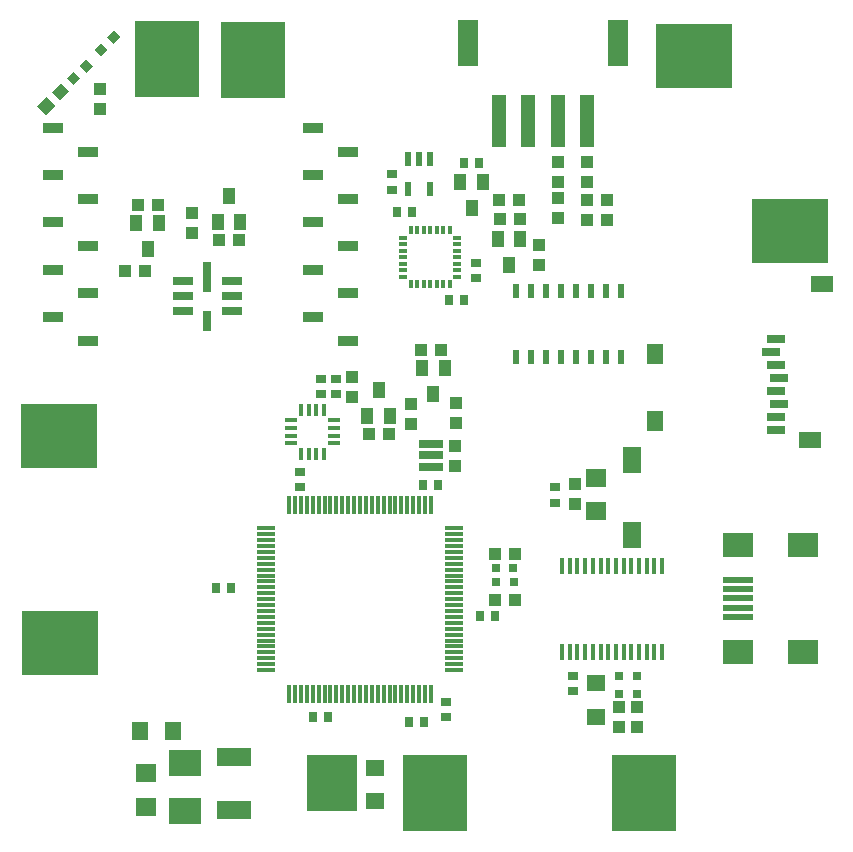
<source format=gtp>
G75*
%MOIN*%
%OFA0B0*%
%FSLAX24Y24*%
%IPPOS*%
%LPD*%
%AMOC8*
5,1,8,0,0,1.08239X$1,22.5*
%
%ADD10R,0.0394X0.0551*%
%ADD11R,0.0591X0.0118*%
%ADD12R,0.0118X0.0591*%
%ADD13R,0.0354X0.0276*%
%ADD14R,0.0394X0.0433*%
%ADD15R,0.0787X0.0276*%
%ADD16R,0.0276X0.0354*%
%ADD17R,0.0433X0.0394*%
%ADD18R,0.0315X0.0315*%
%ADD19R,0.0630X0.0906*%
%ADD20R,0.1650X0.1900*%
%ADD21R,0.1180X0.0630*%
%ADD22R,0.0551X0.0630*%
%ADD23R,0.0630X0.0551*%
%ADD24R,0.0236X0.0472*%
%ADD25R,0.0551X0.0709*%
%ADD26R,0.0748X0.0551*%
%ADD27R,0.0591X0.0315*%
%ADD28R,0.0669X0.0335*%
%ADD29R,0.0315X0.0315*%
%ADD30R,0.0276X0.0157*%
%ADD31R,0.0157X0.0276*%
%ADD32R,0.0217X0.0472*%
%ADD33R,0.0394X0.0157*%
%ADD34R,0.0157X0.0394*%
%ADD35R,0.0315X0.0984*%
%ADD36R,0.0315X0.0657*%
%ADD37R,0.0657X0.0315*%
%ADD38R,0.1100X0.0900*%
%ADD39R,0.0709X0.0630*%
%ADD40R,0.2165X0.2559*%
%ADD41R,0.2559X0.2165*%
%ADD42R,0.0709X0.1535*%
%ADD43R,0.0512X0.1772*%
%ADD44R,0.0984X0.0197*%
%ADD45R,0.0984X0.0787*%
%ADD46R,0.0137X0.0550*%
D10*
X012746Y014370D03*
X013494Y014370D03*
X013120Y015236D03*
X014574Y015976D03*
X015322Y015976D03*
X014948Y015109D03*
X017469Y019422D03*
X017843Y020288D03*
X017095Y020288D03*
X016219Y021327D03*
X016593Y022193D03*
X015845Y022193D03*
X008507Y020852D03*
X007759Y020852D03*
X008133Y021719D03*
X005791Y020829D03*
X005417Y019963D03*
X005043Y020829D03*
D11*
X009349Y010641D03*
X009349Y010444D03*
X009349Y010248D03*
X009349Y010051D03*
X009349Y009854D03*
X009349Y009657D03*
X009349Y009460D03*
X009349Y009263D03*
X009349Y009067D03*
X009349Y008870D03*
X009349Y008673D03*
X009349Y008476D03*
X009349Y008279D03*
X009349Y008082D03*
X009349Y007885D03*
X009349Y007689D03*
X009349Y007492D03*
X009349Y007295D03*
X009349Y007098D03*
X009349Y006901D03*
X009349Y006704D03*
X009349Y006507D03*
X009349Y006311D03*
X009349Y006114D03*
X009349Y005917D03*
X015648Y005917D03*
X015648Y006114D03*
X015648Y006311D03*
X015648Y006507D03*
X015648Y006704D03*
X015648Y006901D03*
X015648Y007098D03*
X015648Y007295D03*
X015648Y007492D03*
X015648Y007689D03*
X015648Y007885D03*
X015648Y008082D03*
X015648Y008279D03*
X015648Y008476D03*
X015648Y008673D03*
X015648Y008870D03*
X015648Y009067D03*
X015648Y009263D03*
X015648Y009460D03*
X015648Y009657D03*
X015648Y009854D03*
X015648Y010051D03*
X015648Y010248D03*
X015648Y010444D03*
X015648Y010641D03*
D12*
X014861Y011429D03*
X014664Y011429D03*
X014467Y011429D03*
X014270Y011429D03*
X014073Y011429D03*
X013876Y011429D03*
X013680Y011429D03*
X013483Y011429D03*
X013286Y011429D03*
X013089Y011429D03*
X012892Y011429D03*
X012695Y011429D03*
X012498Y011429D03*
X012302Y011429D03*
X012105Y011429D03*
X011908Y011429D03*
X011711Y011429D03*
X011514Y011429D03*
X011317Y011429D03*
X011120Y011429D03*
X010924Y011429D03*
X010727Y011429D03*
X010530Y011429D03*
X010333Y011429D03*
X010136Y011429D03*
X010136Y005130D03*
X010333Y005130D03*
X010530Y005130D03*
X010727Y005130D03*
X010924Y005130D03*
X011120Y005130D03*
X011317Y005130D03*
X011514Y005130D03*
X011711Y005130D03*
X011908Y005130D03*
X012105Y005130D03*
X012302Y005130D03*
X012498Y005130D03*
X012695Y005130D03*
X012892Y005130D03*
X013089Y005130D03*
X013286Y005130D03*
X013483Y005130D03*
X013680Y005130D03*
X013876Y005130D03*
X014073Y005130D03*
X014270Y005130D03*
X014467Y005130D03*
X014664Y005130D03*
X014861Y005130D03*
D13*
X015367Y004856D03*
X015367Y004344D03*
X019601Y005212D03*
X019601Y005724D03*
X018985Y011495D03*
X018985Y012007D03*
X016351Y018988D03*
X016351Y019500D03*
X013553Y021931D03*
X013553Y022443D03*
X011701Y015617D03*
X011701Y015105D03*
X011187Y015105D03*
X011187Y015617D03*
X010508Y012521D03*
X010508Y012009D03*
D14*
X012217Y015026D03*
X012217Y015695D03*
X014202Y014778D03*
X014202Y014109D03*
X015686Y014142D03*
X015686Y014811D03*
X015669Y013398D03*
X015669Y012729D03*
X019650Y012119D03*
X019650Y011449D03*
X021136Y004700D03*
X021727Y004700D03*
X021727Y004031D03*
X021136Y004031D03*
X018467Y019422D03*
X018467Y020091D03*
X019110Y020971D03*
X019110Y021641D03*
X019088Y022190D03*
X019088Y022860D03*
X020072Y022855D03*
X020072Y022186D03*
X020073Y021590D03*
X020073Y020921D03*
X020743Y020921D03*
X020743Y021590D03*
X006883Y021167D03*
X006883Y020497D03*
X003846Y024629D03*
X003846Y025298D03*
D15*
X014861Y013461D03*
X014861Y013068D03*
X014861Y012674D03*
D16*
X015101Y012090D03*
X014589Y012090D03*
X016487Y007708D03*
X016998Y007708D03*
X014643Y004170D03*
X014131Y004170D03*
X011431Y004366D03*
X010920Y004366D03*
X008211Y008665D03*
X007699Y008665D03*
X015451Y018252D03*
X015963Y018252D03*
X014227Y021177D03*
X013715Y021177D03*
X015956Y022806D03*
X016468Y022806D03*
D17*
X017137Y021580D03*
X017176Y020938D03*
X017846Y020938D03*
X017806Y021580D03*
X015204Y016598D03*
X014535Y016598D03*
X013454Y013787D03*
X012785Y013787D03*
X016983Y009799D03*
X017652Y009799D03*
X017667Y008257D03*
X016997Y008257D03*
X008478Y020251D03*
X007809Y020251D03*
X005752Y021411D03*
X005082Y021411D03*
X005319Y019234D03*
X004649Y019234D03*
G36*
X002331Y024729D02*
X002026Y024424D01*
X001747Y024703D01*
X002052Y025008D01*
X002331Y024729D01*
G37*
G36*
X002804Y025202D02*
X002499Y024897D01*
X002220Y025176D01*
X002525Y025481D01*
X002804Y025202D01*
G37*
D18*
X017022Y009326D03*
X017038Y008850D03*
X017628Y008850D03*
X017613Y009326D03*
X021136Y005724D03*
X021136Y005133D03*
X021727Y005133D03*
X021727Y005724D03*
D19*
X021558Y010422D03*
X021558Y012902D03*
D20*
X011572Y002137D03*
D21*
X008312Y001267D03*
X008312Y003027D03*
D22*
X005166Y003888D03*
X006269Y003888D03*
D23*
X012992Y002648D03*
X012992Y001545D03*
X020349Y004366D03*
X020349Y005468D03*
D24*
X020211Y016337D03*
X020711Y016337D03*
X021211Y016337D03*
X019711Y016337D03*
X019211Y016337D03*
X018711Y016337D03*
X018211Y016337D03*
X017711Y016337D03*
X017711Y018542D03*
X018211Y018542D03*
X018711Y018542D03*
X019211Y018542D03*
X019711Y018542D03*
X020211Y018542D03*
X020711Y018542D03*
X021211Y018542D03*
D25*
X022317Y016467D03*
X022317Y014223D03*
D26*
X027494Y013593D03*
X027887Y018770D03*
D27*
X026372Y016936D03*
X026214Y016503D03*
X026372Y016070D03*
X026450Y015637D03*
X026372Y015204D03*
X026450Y014770D03*
X026372Y014337D03*
X026372Y013904D03*
D28*
X012108Y016899D03*
X010927Y017686D03*
X012108Y018474D03*
X010927Y019261D03*
X012108Y020048D03*
X010927Y020836D03*
X012108Y021623D03*
X010927Y022411D03*
X012108Y023198D03*
X010927Y023985D03*
X003446Y023198D03*
X002265Y022411D03*
X003446Y021623D03*
X002265Y020836D03*
X003446Y020048D03*
X002265Y019261D03*
X003446Y018474D03*
X002265Y017686D03*
X003446Y016899D03*
X002265Y023985D03*
D29*
G36*
X002959Y025413D02*
X002737Y025635D01*
X002959Y025857D01*
X003181Y025635D01*
X002959Y025413D01*
G37*
G36*
X003376Y025831D02*
X003154Y026053D01*
X003376Y026275D01*
X003598Y026053D01*
X003376Y025831D01*
G37*
G36*
X003874Y026378D02*
X003652Y026600D01*
X003874Y026822D01*
X004096Y026600D01*
X003874Y026378D01*
G37*
G36*
X004291Y026796D02*
X004069Y027018D01*
X004291Y027240D01*
X004513Y027018D01*
X004291Y026796D01*
G37*
D30*
X013935Y020325D03*
X013935Y020108D03*
X013935Y019892D03*
X013935Y019675D03*
X013935Y019459D03*
X013935Y019242D03*
X013935Y019026D03*
X015746Y019026D03*
X015746Y019242D03*
X015746Y019459D03*
X015746Y019675D03*
X015746Y019892D03*
X015746Y020108D03*
X015746Y020325D03*
D31*
X015490Y020581D03*
X015273Y020581D03*
X015057Y020581D03*
X014840Y020581D03*
X014624Y020581D03*
X014407Y020581D03*
X014191Y020581D03*
X014191Y018770D03*
X014407Y018770D03*
X014624Y018770D03*
X014840Y018770D03*
X015057Y018770D03*
X015273Y018770D03*
X015490Y018770D03*
D32*
X014833Y021935D03*
X014085Y021935D03*
X014085Y022959D03*
X014459Y022959D03*
X014833Y022959D03*
D33*
X011643Y014238D03*
X011643Y013982D03*
X011643Y013726D03*
X011643Y013470D03*
X010186Y013470D03*
X010186Y013726D03*
X010186Y013982D03*
X010186Y014238D03*
D34*
X010530Y014582D03*
X010786Y014582D03*
X011042Y014582D03*
X011298Y014582D03*
X011298Y013126D03*
X011042Y013126D03*
X010786Y013126D03*
X010530Y013126D03*
D35*
X007409Y019018D03*
D36*
X007409Y017555D03*
D37*
X006596Y017868D03*
X006596Y018368D03*
X006596Y018868D03*
X008222Y018868D03*
X008222Y018368D03*
X008222Y017868D03*
D38*
X006672Y002825D03*
X006672Y001214D03*
D39*
X005349Y001366D03*
X005349Y002468D03*
X020349Y011216D03*
X020349Y012319D03*
D40*
X021963Y001807D03*
X014994Y001807D03*
X008932Y026264D03*
X006078Y026284D03*
D41*
X002455Y013716D03*
X002494Y006826D03*
X023634Y026399D03*
X026830Y020552D03*
D42*
X021097Y026807D03*
X016097Y026807D03*
D43*
X017120Y024208D03*
X018105Y024208D03*
X019089Y024208D03*
X020073Y024208D03*
D44*
X025113Y008933D03*
X025113Y008618D03*
X025113Y008303D03*
X025113Y007988D03*
X025113Y007673D03*
D45*
X025113Y006531D03*
X027278Y006531D03*
X027278Y010074D03*
X025113Y010074D03*
D46*
X022563Y009388D03*
X022307Y009388D03*
X022052Y009388D03*
X021796Y009388D03*
X021540Y009388D03*
X021284Y009388D03*
X021028Y009388D03*
X020772Y009388D03*
X020516Y009388D03*
X020260Y009388D03*
X020004Y009388D03*
X019748Y009388D03*
X019493Y009388D03*
X019237Y009388D03*
X019237Y006509D03*
X019493Y006509D03*
X019748Y006509D03*
X020004Y006509D03*
X020260Y006509D03*
X020516Y006509D03*
X020772Y006509D03*
X021028Y006509D03*
X021284Y006509D03*
X021540Y006509D03*
X021796Y006509D03*
X022052Y006509D03*
X022307Y006509D03*
X022563Y006509D03*
M02*

</source>
